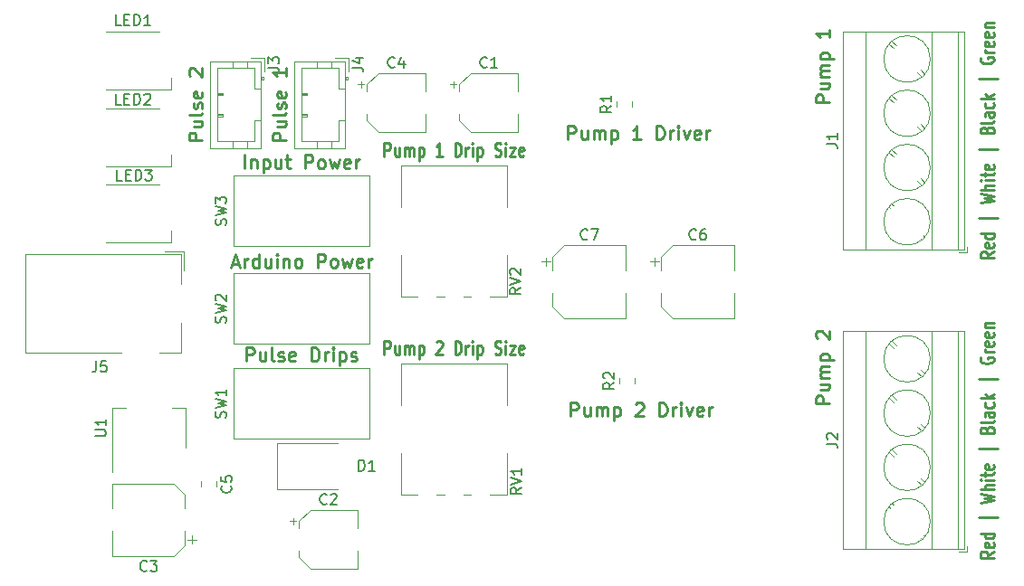
<source format=gto>
G04 #@! TF.GenerationSoftware,KiCad,Pcbnew,5.1.9-73d0e3b20d~88~ubuntu18.04.1*
G04 #@! TF.CreationDate,2021-02-13T22:57:23-05:00*
G04 #@! TF.ProjectId,driver,64726976-6572-42e6-9b69-6361645f7063,v1.0.0*
G04 #@! TF.SameCoordinates,Original*
G04 #@! TF.FileFunction,Legend,Top*
G04 #@! TF.FilePolarity,Positive*
%FSLAX46Y46*%
G04 Gerber Fmt 4.6, Leading zero omitted, Abs format (unit mm)*
G04 Created by KiCad (PCBNEW 5.1.9-73d0e3b20d~88~ubuntu18.04.1) date 2021-02-13 22:57:23*
%MOMM*%
%LPD*%
G01*
G04 APERTURE LIST*
%ADD10C,0.250000*%
%ADD11C,0.120000*%
%ADD12C,0.150000*%
G04 APERTURE END LIST*
D10*
X192767276Y-125363571D02*
X192172038Y-125696904D01*
X192767276Y-125935000D02*
X191517276Y-125935000D01*
X191517276Y-125554047D01*
X191576800Y-125458809D01*
X191636323Y-125411190D01*
X191755371Y-125363571D01*
X191933942Y-125363571D01*
X192052990Y-125411190D01*
X192112514Y-125458809D01*
X192172038Y-125554047D01*
X192172038Y-125935000D01*
X192707752Y-124554047D02*
X192767276Y-124649285D01*
X192767276Y-124839761D01*
X192707752Y-124935000D01*
X192588704Y-124982619D01*
X192112514Y-124982619D01*
X191993466Y-124935000D01*
X191933942Y-124839761D01*
X191933942Y-124649285D01*
X191993466Y-124554047D01*
X192112514Y-124506428D01*
X192231561Y-124506428D01*
X192350609Y-124982619D01*
X192767276Y-123649285D02*
X191517276Y-123649285D01*
X192707752Y-123649285D02*
X192767276Y-123744523D01*
X192767276Y-123935000D01*
X192707752Y-124030238D01*
X192648228Y-124077857D01*
X192529180Y-124125476D01*
X192172038Y-124125476D01*
X192052990Y-124077857D01*
X191993466Y-124030238D01*
X191933942Y-123935000D01*
X191933942Y-123744523D01*
X191993466Y-123649285D01*
X193183942Y-122173095D02*
X191398228Y-122173095D01*
X191517276Y-120792142D02*
X192767276Y-120554047D01*
X191874419Y-120363571D01*
X192767276Y-120173095D01*
X191517276Y-119935000D01*
X192767276Y-119554047D02*
X191517276Y-119554047D01*
X192767276Y-119125476D02*
X192112514Y-119125476D01*
X191993466Y-119173095D01*
X191933942Y-119268333D01*
X191933942Y-119411190D01*
X191993466Y-119506428D01*
X192052990Y-119554047D01*
X192767276Y-118649285D02*
X191933942Y-118649285D01*
X191517276Y-118649285D02*
X191576800Y-118696904D01*
X191636323Y-118649285D01*
X191576800Y-118601666D01*
X191517276Y-118649285D01*
X191636323Y-118649285D01*
X191933942Y-118315952D02*
X191933942Y-117935000D01*
X191517276Y-118173095D02*
X192588704Y-118173095D01*
X192707752Y-118125476D01*
X192767276Y-118030238D01*
X192767276Y-117935000D01*
X192707752Y-117220714D02*
X192767276Y-117315952D01*
X192767276Y-117506428D01*
X192707752Y-117601666D01*
X192588704Y-117649285D01*
X192112514Y-117649285D01*
X191993466Y-117601666D01*
X191933942Y-117506428D01*
X191933942Y-117315952D01*
X191993466Y-117220714D01*
X192112514Y-117173095D01*
X192231561Y-117173095D01*
X192350609Y-117649285D01*
X193183942Y-115744523D02*
X191398228Y-115744523D01*
X192112514Y-113935000D02*
X192172038Y-113792142D01*
X192231561Y-113744523D01*
X192350609Y-113696904D01*
X192529180Y-113696904D01*
X192648228Y-113744523D01*
X192707752Y-113792142D01*
X192767276Y-113887380D01*
X192767276Y-114268333D01*
X191517276Y-114268333D01*
X191517276Y-113935000D01*
X191576800Y-113839761D01*
X191636323Y-113792142D01*
X191755371Y-113744523D01*
X191874419Y-113744523D01*
X191993466Y-113792142D01*
X192052990Y-113839761D01*
X192112514Y-113935000D01*
X192112514Y-114268333D01*
X192767276Y-113125476D02*
X192707752Y-113220714D01*
X192588704Y-113268333D01*
X191517276Y-113268333D01*
X192767276Y-112315952D02*
X192112514Y-112315952D01*
X191993466Y-112363571D01*
X191933942Y-112458809D01*
X191933942Y-112649285D01*
X191993466Y-112744523D01*
X192707752Y-112315952D02*
X192767276Y-112411190D01*
X192767276Y-112649285D01*
X192707752Y-112744523D01*
X192588704Y-112792142D01*
X192469657Y-112792142D01*
X192350609Y-112744523D01*
X192291085Y-112649285D01*
X192291085Y-112411190D01*
X192231561Y-112315952D01*
X192707752Y-111411190D02*
X192767276Y-111506428D01*
X192767276Y-111696904D01*
X192707752Y-111792142D01*
X192648228Y-111839761D01*
X192529180Y-111887380D01*
X192172038Y-111887380D01*
X192052990Y-111839761D01*
X191993466Y-111792142D01*
X191933942Y-111696904D01*
X191933942Y-111506428D01*
X191993466Y-111411190D01*
X192767276Y-110982619D02*
X191517276Y-110982619D01*
X192291085Y-110887380D02*
X192767276Y-110601666D01*
X191933942Y-110601666D02*
X192410133Y-110982619D01*
X193183942Y-109173095D02*
X191398228Y-109173095D01*
X191576800Y-107173095D02*
X191517276Y-107268333D01*
X191517276Y-107411190D01*
X191576800Y-107554047D01*
X191695847Y-107649285D01*
X191814895Y-107696904D01*
X192052990Y-107744523D01*
X192231561Y-107744523D01*
X192469657Y-107696904D01*
X192588704Y-107649285D01*
X192707752Y-107554047D01*
X192767276Y-107411190D01*
X192767276Y-107315952D01*
X192707752Y-107173095D01*
X192648228Y-107125476D01*
X192231561Y-107125476D01*
X192231561Y-107315952D01*
X192767276Y-106696904D02*
X191933942Y-106696904D01*
X192172038Y-106696904D02*
X192052990Y-106649285D01*
X191993466Y-106601666D01*
X191933942Y-106506428D01*
X191933942Y-106411190D01*
X192707752Y-105696904D02*
X192767276Y-105792142D01*
X192767276Y-105982619D01*
X192707752Y-106077857D01*
X192588704Y-106125476D01*
X192112514Y-106125476D01*
X191993466Y-106077857D01*
X191933942Y-105982619D01*
X191933942Y-105792142D01*
X191993466Y-105696904D01*
X192112514Y-105649285D01*
X192231561Y-105649285D01*
X192350609Y-106125476D01*
X192707752Y-104839761D02*
X192767276Y-104935000D01*
X192767276Y-105125476D01*
X192707752Y-105220714D01*
X192588704Y-105268333D01*
X192112514Y-105268333D01*
X191993466Y-105220714D01*
X191933942Y-105125476D01*
X191933942Y-104935000D01*
X191993466Y-104839761D01*
X192112514Y-104792142D01*
X192231561Y-104792142D01*
X192350609Y-105268333D01*
X191933942Y-104363571D02*
X192767276Y-104363571D01*
X192052990Y-104363571D02*
X191993466Y-104315952D01*
X191933942Y-104220714D01*
X191933942Y-104077857D01*
X191993466Y-103982619D01*
X192112514Y-103935000D01*
X192767276Y-103935000D01*
X192767276Y-97296571D02*
X192172038Y-97629904D01*
X192767276Y-97868000D02*
X191517276Y-97868000D01*
X191517276Y-97487047D01*
X191576800Y-97391809D01*
X191636323Y-97344190D01*
X191755371Y-97296571D01*
X191933942Y-97296571D01*
X192052990Y-97344190D01*
X192112514Y-97391809D01*
X192172038Y-97487047D01*
X192172038Y-97868000D01*
X192707752Y-96487047D02*
X192767276Y-96582285D01*
X192767276Y-96772761D01*
X192707752Y-96868000D01*
X192588704Y-96915619D01*
X192112514Y-96915619D01*
X191993466Y-96868000D01*
X191933942Y-96772761D01*
X191933942Y-96582285D01*
X191993466Y-96487047D01*
X192112514Y-96439428D01*
X192231561Y-96439428D01*
X192350609Y-96915619D01*
X192767276Y-95582285D02*
X191517276Y-95582285D01*
X192707752Y-95582285D02*
X192767276Y-95677523D01*
X192767276Y-95868000D01*
X192707752Y-95963238D01*
X192648228Y-96010857D01*
X192529180Y-96058476D01*
X192172038Y-96058476D01*
X192052990Y-96010857D01*
X191993466Y-95963238D01*
X191933942Y-95868000D01*
X191933942Y-95677523D01*
X191993466Y-95582285D01*
X193183942Y-94106095D02*
X191398228Y-94106095D01*
X191517276Y-92725142D02*
X192767276Y-92487047D01*
X191874419Y-92296571D01*
X192767276Y-92106095D01*
X191517276Y-91868000D01*
X192767276Y-91487047D02*
X191517276Y-91487047D01*
X192767276Y-91058476D02*
X192112514Y-91058476D01*
X191993466Y-91106095D01*
X191933942Y-91201333D01*
X191933942Y-91344190D01*
X191993466Y-91439428D01*
X192052990Y-91487047D01*
X192767276Y-90582285D02*
X191933942Y-90582285D01*
X191517276Y-90582285D02*
X191576800Y-90629904D01*
X191636323Y-90582285D01*
X191576800Y-90534666D01*
X191517276Y-90582285D01*
X191636323Y-90582285D01*
X191933942Y-90248952D02*
X191933942Y-89868000D01*
X191517276Y-90106095D02*
X192588704Y-90106095D01*
X192707752Y-90058476D01*
X192767276Y-89963238D01*
X192767276Y-89868000D01*
X192707752Y-89153714D02*
X192767276Y-89248952D01*
X192767276Y-89439428D01*
X192707752Y-89534666D01*
X192588704Y-89582285D01*
X192112514Y-89582285D01*
X191993466Y-89534666D01*
X191933942Y-89439428D01*
X191933942Y-89248952D01*
X191993466Y-89153714D01*
X192112514Y-89106095D01*
X192231561Y-89106095D01*
X192350609Y-89582285D01*
X193183942Y-87677523D02*
X191398228Y-87677523D01*
X192112514Y-85868000D02*
X192172038Y-85725142D01*
X192231561Y-85677523D01*
X192350609Y-85629904D01*
X192529180Y-85629904D01*
X192648228Y-85677523D01*
X192707752Y-85725142D01*
X192767276Y-85820380D01*
X192767276Y-86201333D01*
X191517276Y-86201333D01*
X191517276Y-85868000D01*
X191576800Y-85772761D01*
X191636323Y-85725142D01*
X191755371Y-85677523D01*
X191874419Y-85677523D01*
X191993466Y-85725142D01*
X192052990Y-85772761D01*
X192112514Y-85868000D01*
X192112514Y-86201333D01*
X192767276Y-85058476D02*
X192707752Y-85153714D01*
X192588704Y-85201333D01*
X191517276Y-85201333D01*
X192767276Y-84248952D02*
X192112514Y-84248952D01*
X191993466Y-84296571D01*
X191933942Y-84391809D01*
X191933942Y-84582285D01*
X191993466Y-84677523D01*
X192707752Y-84248952D02*
X192767276Y-84344190D01*
X192767276Y-84582285D01*
X192707752Y-84677523D01*
X192588704Y-84725142D01*
X192469657Y-84725142D01*
X192350609Y-84677523D01*
X192291085Y-84582285D01*
X192291085Y-84344190D01*
X192231561Y-84248952D01*
X192707752Y-83344190D02*
X192767276Y-83439428D01*
X192767276Y-83629904D01*
X192707752Y-83725142D01*
X192648228Y-83772761D01*
X192529180Y-83820380D01*
X192172038Y-83820380D01*
X192052990Y-83772761D01*
X191993466Y-83725142D01*
X191933942Y-83629904D01*
X191933942Y-83439428D01*
X191993466Y-83344190D01*
X192767276Y-82915619D02*
X191517276Y-82915619D01*
X192291085Y-82820380D02*
X192767276Y-82534666D01*
X191933942Y-82534666D02*
X192410133Y-82915619D01*
X193183942Y-81106095D02*
X191398228Y-81106095D01*
X191576800Y-79106095D02*
X191517276Y-79201333D01*
X191517276Y-79344190D01*
X191576800Y-79487047D01*
X191695847Y-79582285D01*
X191814895Y-79629904D01*
X192052990Y-79677523D01*
X192231561Y-79677523D01*
X192469657Y-79629904D01*
X192588704Y-79582285D01*
X192707752Y-79487047D01*
X192767276Y-79344190D01*
X192767276Y-79248952D01*
X192707752Y-79106095D01*
X192648228Y-79058476D01*
X192231561Y-79058476D01*
X192231561Y-79248952D01*
X192767276Y-78629904D02*
X191933942Y-78629904D01*
X192172038Y-78629904D02*
X192052990Y-78582285D01*
X191993466Y-78534666D01*
X191933942Y-78439428D01*
X191933942Y-78344190D01*
X192707752Y-77629904D02*
X192767276Y-77725142D01*
X192767276Y-77915619D01*
X192707752Y-78010857D01*
X192588704Y-78058476D01*
X192112514Y-78058476D01*
X191993466Y-78010857D01*
X191933942Y-77915619D01*
X191933942Y-77725142D01*
X191993466Y-77629904D01*
X192112514Y-77582285D01*
X192231561Y-77582285D01*
X192350609Y-78058476D01*
X192707752Y-76772761D02*
X192767276Y-76868000D01*
X192767276Y-77058476D01*
X192707752Y-77153714D01*
X192588704Y-77201333D01*
X192112514Y-77201333D01*
X191993466Y-77153714D01*
X191933942Y-77058476D01*
X191933942Y-76868000D01*
X191993466Y-76772761D01*
X192112514Y-76725142D01*
X192231561Y-76725142D01*
X192350609Y-77201333D01*
X191933942Y-76296571D02*
X192767276Y-76296571D01*
X192052990Y-76296571D02*
X191993466Y-76248952D01*
X191933942Y-76153714D01*
X191933942Y-76010857D01*
X191993466Y-75915619D01*
X192112514Y-75868000D01*
X192767276Y-75868000D01*
X135780000Y-106889876D02*
X135780000Y-105639876D01*
X136160952Y-105639876D01*
X136256190Y-105699400D01*
X136303809Y-105758923D01*
X136351428Y-105877971D01*
X136351428Y-106056542D01*
X136303809Y-106175590D01*
X136256190Y-106235114D01*
X136160952Y-106294638D01*
X135780000Y-106294638D01*
X137208571Y-106056542D02*
X137208571Y-106889876D01*
X136780000Y-106056542D02*
X136780000Y-106711304D01*
X136827619Y-106830352D01*
X136922857Y-106889876D01*
X137065714Y-106889876D01*
X137160952Y-106830352D01*
X137208571Y-106770828D01*
X137684761Y-106889876D02*
X137684761Y-106056542D01*
X137684761Y-106175590D02*
X137732380Y-106116066D01*
X137827619Y-106056542D01*
X137970476Y-106056542D01*
X138065714Y-106116066D01*
X138113333Y-106235114D01*
X138113333Y-106889876D01*
X138113333Y-106235114D02*
X138160952Y-106116066D01*
X138256190Y-106056542D01*
X138399047Y-106056542D01*
X138494285Y-106116066D01*
X138541904Y-106235114D01*
X138541904Y-106889876D01*
X139018095Y-106056542D02*
X139018095Y-107306542D01*
X139018095Y-106116066D02*
X139113333Y-106056542D01*
X139303809Y-106056542D01*
X139399047Y-106116066D01*
X139446666Y-106175590D01*
X139494285Y-106294638D01*
X139494285Y-106651780D01*
X139446666Y-106770828D01*
X139399047Y-106830352D01*
X139303809Y-106889876D01*
X139113333Y-106889876D01*
X139018095Y-106830352D01*
X140637142Y-105758923D02*
X140684761Y-105699400D01*
X140780000Y-105639876D01*
X141018095Y-105639876D01*
X141113333Y-105699400D01*
X141160952Y-105758923D01*
X141208571Y-105877971D01*
X141208571Y-105997019D01*
X141160952Y-106175590D01*
X140589523Y-106889876D01*
X141208571Y-106889876D01*
X142399047Y-106889876D02*
X142399047Y-105639876D01*
X142637142Y-105639876D01*
X142780000Y-105699400D01*
X142875238Y-105818447D01*
X142922857Y-105937495D01*
X142970476Y-106175590D01*
X142970476Y-106354161D01*
X142922857Y-106592257D01*
X142875238Y-106711304D01*
X142780000Y-106830352D01*
X142637142Y-106889876D01*
X142399047Y-106889876D01*
X143399047Y-106889876D02*
X143399047Y-106056542D01*
X143399047Y-106294638D02*
X143446666Y-106175590D01*
X143494285Y-106116066D01*
X143589523Y-106056542D01*
X143684761Y-106056542D01*
X144018095Y-106889876D02*
X144018095Y-106056542D01*
X144018095Y-105639876D02*
X143970476Y-105699400D01*
X144018095Y-105758923D01*
X144065714Y-105699400D01*
X144018095Y-105639876D01*
X144018095Y-105758923D01*
X144494285Y-106056542D02*
X144494285Y-107306542D01*
X144494285Y-106116066D02*
X144589523Y-106056542D01*
X144780000Y-106056542D01*
X144875238Y-106116066D01*
X144922857Y-106175590D01*
X144970476Y-106294638D01*
X144970476Y-106651780D01*
X144922857Y-106770828D01*
X144875238Y-106830352D01*
X144780000Y-106889876D01*
X144589523Y-106889876D01*
X144494285Y-106830352D01*
X146113333Y-106830352D02*
X146256190Y-106889876D01*
X146494285Y-106889876D01*
X146589523Y-106830352D01*
X146637142Y-106770828D01*
X146684761Y-106651780D01*
X146684761Y-106532733D01*
X146637142Y-106413685D01*
X146589523Y-106354161D01*
X146494285Y-106294638D01*
X146303809Y-106235114D01*
X146208571Y-106175590D01*
X146160952Y-106116066D01*
X146113333Y-105997019D01*
X146113333Y-105877971D01*
X146160952Y-105758923D01*
X146208571Y-105699400D01*
X146303809Y-105639876D01*
X146541904Y-105639876D01*
X146684761Y-105699400D01*
X147113333Y-106889876D02*
X147113333Y-106056542D01*
X147113333Y-105639876D02*
X147065714Y-105699400D01*
X147113333Y-105758923D01*
X147160952Y-105699400D01*
X147113333Y-105639876D01*
X147113333Y-105758923D01*
X147494285Y-106056542D02*
X148018095Y-106056542D01*
X147494285Y-106889876D01*
X148018095Y-106889876D01*
X148780000Y-106830352D02*
X148684761Y-106889876D01*
X148494285Y-106889876D01*
X148399047Y-106830352D01*
X148351428Y-106711304D01*
X148351428Y-106235114D01*
X148399047Y-106116066D01*
X148494285Y-106056542D01*
X148684761Y-106056542D01*
X148780000Y-106116066D01*
X148827619Y-106235114D01*
X148827619Y-106354161D01*
X148351428Y-106473209D01*
X153218380Y-112684976D02*
X153218380Y-111434976D01*
X153694571Y-111434976D01*
X153813619Y-111494500D01*
X153873142Y-111554023D01*
X153932666Y-111673071D01*
X153932666Y-111851642D01*
X153873142Y-111970690D01*
X153813619Y-112030214D01*
X153694571Y-112089738D01*
X153218380Y-112089738D01*
X155004095Y-111851642D02*
X155004095Y-112684976D01*
X154468380Y-111851642D02*
X154468380Y-112506404D01*
X154527904Y-112625452D01*
X154646952Y-112684976D01*
X154825523Y-112684976D01*
X154944571Y-112625452D01*
X155004095Y-112565928D01*
X155599333Y-112684976D02*
X155599333Y-111851642D01*
X155599333Y-111970690D02*
X155658857Y-111911166D01*
X155777904Y-111851642D01*
X155956476Y-111851642D01*
X156075523Y-111911166D01*
X156135047Y-112030214D01*
X156135047Y-112684976D01*
X156135047Y-112030214D02*
X156194571Y-111911166D01*
X156313619Y-111851642D01*
X156492190Y-111851642D01*
X156611238Y-111911166D01*
X156670761Y-112030214D01*
X156670761Y-112684976D01*
X157266000Y-111851642D02*
X157266000Y-113101642D01*
X157266000Y-111911166D02*
X157385047Y-111851642D01*
X157623142Y-111851642D01*
X157742190Y-111911166D01*
X157801714Y-111970690D01*
X157861238Y-112089738D01*
X157861238Y-112446880D01*
X157801714Y-112565928D01*
X157742190Y-112625452D01*
X157623142Y-112684976D01*
X157385047Y-112684976D01*
X157266000Y-112625452D01*
X159289809Y-111554023D02*
X159349333Y-111494500D01*
X159468380Y-111434976D01*
X159766000Y-111434976D01*
X159885047Y-111494500D01*
X159944571Y-111554023D01*
X160004095Y-111673071D01*
X160004095Y-111792119D01*
X159944571Y-111970690D01*
X159230285Y-112684976D01*
X160004095Y-112684976D01*
X161492190Y-112684976D02*
X161492190Y-111434976D01*
X161789809Y-111434976D01*
X161968380Y-111494500D01*
X162087428Y-111613547D01*
X162146952Y-111732595D01*
X162206476Y-111970690D01*
X162206476Y-112149261D01*
X162146952Y-112387357D01*
X162087428Y-112506404D01*
X161968380Y-112625452D01*
X161789809Y-112684976D01*
X161492190Y-112684976D01*
X162742190Y-112684976D02*
X162742190Y-111851642D01*
X162742190Y-112089738D02*
X162801714Y-111970690D01*
X162861238Y-111911166D01*
X162980285Y-111851642D01*
X163099333Y-111851642D01*
X163516000Y-112684976D02*
X163516000Y-111851642D01*
X163516000Y-111434976D02*
X163456476Y-111494500D01*
X163516000Y-111554023D01*
X163575523Y-111494500D01*
X163516000Y-111434976D01*
X163516000Y-111554023D01*
X163992190Y-111851642D02*
X164289809Y-112684976D01*
X164587428Y-111851642D01*
X165539809Y-112625452D02*
X165420761Y-112684976D01*
X165182666Y-112684976D01*
X165063619Y-112625452D01*
X165004095Y-112506404D01*
X165004095Y-112030214D01*
X165063619Y-111911166D01*
X165182666Y-111851642D01*
X165420761Y-111851642D01*
X165539809Y-111911166D01*
X165599333Y-112030214D01*
X165599333Y-112149261D01*
X165004095Y-112268309D01*
X166135047Y-112684976D02*
X166135047Y-111851642D01*
X166135047Y-112089738D02*
X166194571Y-111970690D01*
X166254095Y-111911166D01*
X166373142Y-111851642D01*
X166492190Y-111851642D01*
X152964380Y-86776976D02*
X152964380Y-85526976D01*
X153440571Y-85526976D01*
X153559619Y-85586500D01*
X153619142Y-85646023D01*
X153678666Y-85765071D01*
X153678666Y-85943642D01*
X153619142Y-86062690D01*
X153559619Y-86122214D01*
X153440571Y-86181738D01*
X152964380Y-86181738D01*
X154750095Y-85943642D02*
X154750095Y-86776976D01*
X154214380Y-85943642D02*
X154214380Y-86598404D01*
X154273904Y-86717452D01*
X154392952Y-86776976D01*
X154571523Y-86776976D01*
X154690571Y-86717452D01*
X154750095Y-86657928D01*
X155345333Y-86776976D02*
X155345333Y-85943642D01*
X155345333Y-86062690D02*
X155404857Y-86003166D01*
X155523904Y-85943642D01*
X155702476Y-85943642D01*
X155821523Y-86003166D01*
X155881047Y-86122214D01*
X155881047Y-86776976D01*
X155881047Y-86122214D02*
X155940571Y-86003166D01*
X156059619Y-85943642D01*
X156238190Y-85943642D01*
X156357238Y-86003166D01*
X156416761Y-86122214D01*
X156416761Y-86776976D01*
X157012000Y-85943642D02*
X157012000Y-87193642D01*
X157012000Y-86003166D02*
X157131047Y-85943642D01*
X157369142Y-85943642D01*
X157488190Y-86003166D01*
X157547714Y-86062690D01*
X157607238Y-86181738D01*
X157607238Y-86538880D01*
X157547714Y-86657928D01*
X157488190Y-86717452D01*
X157369142Y-86776976D01*
X157131047Y-86776976D01*
X157012000Y-86717452D01*
X159750095Y-86776976D02*
X159035809Y-86776976D01*
X159392952Y-86776976D02*
X159392952Y-85526976D01*
X159273904Y-85705547D01*
X159154857Y-85824595D01*
X159035809Y-85884119D01*
X161238190Y-86776976D02*
X161238190Y-85526976D01*
X161535809Y-85526976D01*
X161714380Y-85586500D01*
X161833428Y-85705547D01*
X161892952Y-85824595D01*
X161952476Y-86062690D01*
X161952476Y-86241261D01*
X161892952Y-86479357D01*
X161833428Y-86598404D01*
X161714380Y-86717452D01*
X161535809Y-86776976D01*
X161238190Y-86776976D01*
X162488190Y-86776976D02*
X162488190Y-85943642D01*
X162488190Y-86181738D02*
X162547714Y-86062690D01*
X162607238Y-86003166D01*
X162726285Y-85943642D01*
X162845333Y-85943642D01*
X163262000Y-86776976D02*
X163262000Y-85943642D01*
X163262000Y-85526976D02*
X163202476Y-85586500D01*
X163262000Y-85646023D01*
X163321523Y-85586500D01*
X163262000Y-85526976D01*
X163262000Y-85646023D01*
X163738190Y-85943642D02*
X164035809Y-86776976D01*
X164333428Y-85943642D01*
X165285809Y-86717452D02*
X165166761Y-86776976D01*
X164928666Y-86776976D01*
X164809619Y-86717452D01*
X164750095Y-86598404D01*
X164750095Y-86122214D01*
X164809619Y-86003166D01*
X164928666Y-85943642D01*
X165166761Y-85943642D01*
X165285809Y-86003166D01*
X165345333Y-86122214D01*
X165345333Y-86241261D01*
X164750095Y-86360309D01*
X165881047Y-86776976D02*
X165881047Y-85943642D01*
X165881047Y-86181738D02*
X165940571Y-86062690D01*
X166000095Y-86003166D01*
X166119142Y-85943642D01*
X166238190Y-85943642D01*
X177400276Y-111465495D02*
X176150276Y-111465495D01*
X176150276Y-110989304D01*
X176209800Y-110870257D01*
X176269323Y-110810733D01*
X176388371Y-110751209D01*
X176566942Y-110751209D01*
X176685990Y-110810733D01*
X176745514Y-110870257D01*
X176805038Y-110989304D01*
X176805038Y-111465495D01*
X176566942Y-109679780D02*
X177400276Y-109679780D01*
X176566942Y-110215495D02*
X177221704Y-110215495D01*
X177340752Y-110155971D01*
X177400276Y-110036923D01*
X177400276Y-109858352D01*
X177340752Y-109739304D01*
X177281228Y-109679780D01*
X177400276Y-109084542D02*
X176566942Y-109084542D01*
X176685990Y-109084542D02*
X176626466Y-109025019D01*
X176566942Y-108905971D01*
X176566942Y-108727400D01*
X176626466Y-108608352D01*
X176745514Y-108548828D01*
X177400276Y-108548828D01*
X176745514Y-108548828D02*
X176626466Y-108489304D01*
X176566942Y-108370257D01*
X176566942Y-108191685D01*
X176626466Y-108072638D01*
X176745514Y-108013114D01*
X177400276Y-108013114D01*
X176566942Y-107417876D02*
X177816942Y-107417876D01*
X176626466Y-107417876D02*
X176566942Y-107298828D01*
X176566942Y-107060733D01*
X176626466Y-106941685D01*
X176685990Y-106882161D01*
X176805038Y-106822638D01*
X177162180Y-106822638D01*
X177281228Y-106882161D01*
X177340752Y-106941685D01*
X177400276Y-107060733D01*
X177400276Y-107298828D01*
X177340752Y-107417876D01*
X176269323Y-105394066D02*
X176209800Y-105334542D01*
X176150276Y-105215495D01*
X176150276Y-104917876D01*
X176209800Y-104798828D01*
X176269323Y-104739304D01*
X176388371Y-104679780D01*
X176507419Y-104679780D01*
X176685990Y-104739304D01*
X177400276Y-105453590D01*
X177400276Y-104679780D01*
X177400276Y-83271495D02*
X176150276Y-83271495D01*
X176150276Y-82795304D01*
X176209800Y-82676257D01*
X176269323Y-82616733D01*
X176388371Y-82557209D01*
X176566942Y-82557209D01*
X176685990Y-82616733D01*
X176745514Y-82676257D01*
X176805038Y-82795304D01*
X176805038Y-83271495D01*
X176566942Y-81485780D02*
X177400276Y-81485780D01*
X176566942Y-82021495D02*
X177221704Y-82021495D01*
X177340752Y-81961971D01*
X177400276Y-81842923D01*
X177400276Y-81664352D01*
X177340752Y-81545304D01*
X177281228Y-81485780D01*
X177400276Y-80890542D02*
X176566942Y-80890542D01*
X176685990Y-80890542D02*
X176626466Y-80831019D01*
X176566942Y-80711971D01*
X176566942Y-80533400D01*
X176626466Y-80414352D01*
X176745514Y-80354828D01*
X177400276Y-80354828D01*
X176745514Y-80354828D02*
X176626466Y-80295304D01*
X176566942Y-80176257D01*
X176566942Y-79997685D01*
X176626466Y-79878638D01*
X176745514Y-79819114D01*
X177400276Y-79819114D01*
X176566942Y-79223876D02*
X177816942Y-79223876D01*
X176626466Y-79223876D02*
X176566942Y-79104828D01*
X176566942Y-78866733D01*
X176626466Y-78747685D01*
X176685990Y-78688161D01*
X176805038Y-78628638D01*
X177162180Y-78628638D01*
X177281228Y-78688161D01*
X177340752Y-78747685D01*
X177400276Y-78866733D01*
X177400276Y-79104828D01*
X177340752Y-79223876D01*
X177400276Y-76485780D02*
X177400276Y-77200066D01*
X177400276Y-76842923D02*
X176150276Y-76842923D01*
X176328847Y-76961971D01*
X176447895Y-77081019D01*
X176507419Y-77200066D01*
X135780000Y-88347876D02*
X135780000Y-87097876D01*
X136160952Y-87097876D01*
X136256190Y-87157400D01*
X136303809Y-87216923D01*
X136351428Y-87335971D01*
X136351428Y-87514542D01*
X136303809Y-87633590D01*
X136256190Y-87693114D01*
X136160952Y-87752638D01*
X135780000Y-87752638D01*
X137208571Y-87514542D02*
X137208571Y-88347876D01*
X136780000Y-87514542D02*
X136780000Y-88169304D01*
X136827619Y-88288352D01*
X136922857Y-88347876D01*
X137065714Y-88347876D01*
X137160952Y-88288352D01*
X137208571Y-88228828D01*
X137684761Y-88347876D02*
X137684761Y-87514542D01*
X137684761Y-87633590D02*
X137732380Y-87574066D01*
X137827619Y-87514542D01*
X137970476Y-87514542D01*
X138065714Y-87574066D01*
X138113333Y-87693114D01*
X138113333Y-88347876D01*
X138113333Y-87693114D02*
X138160952Y-87574066D01*
X138256190Y-87514542D01*
X138399047Y-87514542D01*
X138494285Y-87574066D01*
X138541904Y-87693114D01*
X138541904Y-88347876D01*
X139018095Y-87514542D02*
X139018095Y-88764542D01*
X139018095Y-87574066D02*
X139113333Y-87514542D01*
X139303809Y-87514542D01*
X139399047Y-87574066D01*
X139446666Y-87633590D01*
X139494285Y-87752638D01*
X139494285Y-88109780D01*
X139446666Y-88228828D01*
X139399047Y-88288352D01*
X139303809Y-88347876D01*
X139113333Y-88347876D01*
X139018095Y-88288352D01*
X141208571Y-88347876D02*
X140637142Y-88347876D01*
X140922857Y-88347876D02*
X140922857Y-87097876D01*
X140827619Y-87276447D01*
X140732380Y-87395495D01*
X140637142Y-87455019D01*
X142399047Y-88347876D02*
X142399047Y-87097876D01*
X142637142Y-87097876D01*
X142780000Y-87157400D01*
X142875238Y-87276447D01*
X142922857Y-87395495D01*
X142970476Y-87633590D01*
X142970476Y-87812161D01*
X142922857Y-88050257D01*
X142875238Y-88169304D01*
X142780000Y-88288352D01*
X142637142Y-88347876D01*
X142399047Y-88347876D01*
X143399047Y-88347876D02*
X143399047Y-87514542D01*
X143399047Y-87752638D02*
X143446666Y-87633590D01*
X143494285Y-87574066D01*
X143589523Y-87514542D01*
X143684761Y-87514542D01*
X144018095Y-88347876D02*
X144018095Y-87514542D01*
X144018095Y-87097876D02*
X143970476Y-87157400D01*
X144018095Y-87216923D01*
X144065714Y-87157400D01*
X144018095Y-87097876D01*
X144018095Y-87216923D01*
X144494285Y-87514542D02*
X144494285Y-88764542D01*
X144494285Y-87574066D02*
X144589523Y-87514542D01*
X144780000Y-87514542D01*
X144875238Y-87574066D01*
X144922857Y-87633590D01*
X144970476Y-87752638D01*
X144970476Y-88109780D01*
X144922857Y-88228828D01*
X144875238Y-88288352D01*
X144780000Y-88347876D01*
X144589523Y-88347876D01*
X144494285Y-88288352D01*
X146113333Y-88288352D02*
X146256190Y-88347876D01*
X146494285Y-88347876D01*
X146589523Y-88288352D01*
X146637142Y-88228828D01*
X146684761Y-88109780D01*
X146684761Y-87990733D01*
X146637142Y-87871685D01*
X146589523Y-87812161D01*
X146494285Y-87752638D01*
X146303809Y-87693114D01*
X146208571Y-87633590D01*
X146160952Y-87574066D01*
X146113333Y-87455019D01*
X146113333Y-87335971D01*
X146160952Y-87216923D01*
X146208571Y-87157400D01*
X146303809Y-87097876D01*
X146541904Y-87097876D01*
X146684761Y-87157400D01*
X147113333Y-88347876D02*
X147113333Y-87514542D01*
X147113333Y-87097876D02*
X147065714Y-87157400D01*
X147113333Y-87216923D01*
X147160952Y-87157400D01*
X147113333Y-87097876D01*
X147113333Y-87216923D01*
X147494285Y-87514542D02*
X148018095Y-87514542D01*
X147494285Y-88347876D01*
X148018095Y-88347876D01*
X148780000Y-88288352D02*
X148684761Y-88347876D01*
X148494285Y-88347876D01*
X148399047Y-88288352D01*
X148351428Y-88169304D01*
X148351428Y-87693114D01*
X148399047Y-87574066D01*
X148494285Y-87514542D01*
X148684761Y-87514542D01*
X148780000Y-87574066D01*
X148827619Y-87693114D01*
X148827619Y-87812161D01*
X148351428Y-87931209D01*
X122896952Y-107524876D02*
X122896952Y-106274876D01*
X123373142Y-106274876D01*
X123492190Y-106334400D01*
X123551714Y-106393923D01*
X123611238Y-106512971D01*
X123611238Y-106691542D01*
X123551714Y-106810590D01*
X123492190Y-106870114D01*
X123373142Y-106929638D01*
X122896952Y-106929638D01*
X124682666Y-106691542D02*
X124682666Y-107524876D01*
X124146952Y-106691542D02*
X124146952Y-107346304D01*
X124206476Y-107465352D01*
X124325523Y-107524876D01*
X124504095Y-107524876D01*
X124623142Y-107465352D01*
X124682666Y-107405828D01*
X125456476Y-107524876D02*
X125337428Y-107465352D01*
X125277904Y-107346304D01*
X125277904Y-106274876D01*
X125873142Y-107465352D02*
X125992190Y-107524876D01*
X126230285Y-107524876D01*
X126349333Y-107465352D01*
X126408857Y-107346304D01*
X126408857Y-107286780D01*
X126349333Y-107167733D01*
X126230285Y-107108209D01*
X126051714Y-107108209D01*
X125932666Y-107048685D01*
X125873142Y-106929638D01*
X125873142Y-106870114D01*
X125932666Y-106751066D01*
X126051714Y-106691542D01*
X126230285Y-106691542D01*
X126349333Y-106751066D01*
X127420761Y-107465352D02*
X127301714Y-107524876D01*
X127063619Y-107524876D01*
X126944571Y-107465352D01*
X126885047Y-107346304D01*
X126885047Y-106870114D01*
X126944571Y-106751066D01*
X127063619Y-106691542D01*
X127301714Y-106691542D01*
X127420761Y-106751066D01*
X127480285Y-106870114D01*
X127480285Y-106989161D01*
X126885047Y-107108209D01*
X128968380Y-107524876D02*
X128968380Y-106274876D01*
X129266000Y-106274876D01*
X129444571Y-106334400D01*
X129563619Y-106453447D01*
X129623142Y-106572495D01*
X129682666Y-106810590D01*
X129682666Y-106989161D01*
X129623142Y-107227257D01*
X129563619Y-107346304D01*
X129444571Y-107465352D01*
X129266000Y-107524876D01*
X128968380Y-107524876D01*
X130218380Y-107524876D02*
X130218380Y-106691542D01*
X130218380Y-106929638D02*
X130277904Y-106810590D01*
X130337428Y-106751066D01*
X130456476Y-106691542D01*
X130575523Y-106691542D01*
X130992190Y-107524876D02*
X130992190Y-106691542D01*
X130992190Y-106274876D02*
X130932666Y-106334400D01*
X130992190Y-106393923D01*
X131051714Y-106334400D01*
X130992190Y-106274876D01*
X130992190Y-106393923D01*
X131587428Y-106691542D02*
X131587428Y-107941542D01*
X131587428Y-106751066D02*
X131706476Y-106691542D01*
X131944571Y-106691542D01*
X132063619Y-106751066D01*
X132123142Y-106810590D01*
X132182666Y-106929638D01*
X132182666Y-107286780D01*
X132123142Y-107405828D01*
X132063619Y-107465352D01*
X131944571Y-107524876D01*
X131706476Y-107524876D01*
X131587428Y-107465352D01*
X132658857Y-107465352D02*
X132777904Y-107524876D01*
X133016000Y-107524876D01*
X133135047Y-107465352D01*
X133194571Y-107346304D01*
X133194571Y-107286780D01*
X133135047Y-107167733D01*
X133016000Y-107108209D01*
X132837428Y-107108209D01*
X132718380Y-107048685D01*
X132658857Y-106929638D01*
X132658857Y-106870114D01*
X132718380Y-106751066D01*
X132837428Y-106691542D01*
X133016000Y-106691542D01*
X133135047Y-106751066D01*
X121578704Y-98404733D02*
X122173942Y-98404733D01*
X121459657Y-98761876D02*
X121876323Y-97511876D01*
X122292990Y-98761876D01*
X122709657Y-98761876D02*
X122709657Y-97928542D01*
X122709657Y-98166638D02*
X122769180Y-98047590D01*
X122828704Y-97988066D01*
X122947752Y-97928542D01*
X123066800Y-97928542D01*
X124019180Y-98761876D02*
X124019180Y-97511876D01*
X124019180Y-98702352D02*
X123900133Y-98761876D01*
X123662038Y-98761876D01*
X123542990Y-98702352D01*
X123483466Y-98642828D01*
X123423942Y-98523780D01*
X123423942Y-98166638D01*
X123483466Y-98047590D01*
X123542990Y-97988066D01*
X123662038Y-97928542D01*
X123900133Y-97928542D01*
X124019180Y-97988066D01*
X125150133Y-97928542D02*
X125150133Y-98761876D01*
X124614419Y-97928542D02*
X124614419Y-98583304D01*
X124673942Y-98702352D01*
X124792990Y-98761876D01*
X124971561Y-98761876D01*
X125090609Y-98702352D01*
X125150133Y-98642828D01*
X125745371Y-98761876D02*
X125745371Y-97928542D01*
X125745371Y-97511876D02*
X125685847Y-97571400D01*
X125745371Y-97630923D01*
X125804895Y-97571400D01*
X125745371Y-97511876D01*
X125745371Y-97630923D01*
X126340609Y-97928542D02*
X126340609Y-98761876D01*
X126340609Y-98047590D02*
X126400133Y-97988066D01*
X126519180Y-97928542D01*
X126697752Y-97928542D01*
X126816800Y-97988066D01*
X126876323Y-98107114D01*
X126876323Y-98761876D01*
X127650133Y-98761876D02*
X127531085Y-98702352D01*
X127471561Y-98642828D01*
X127412038Y-98523780D01*
X127412038Y-98166638D01*
X127471561Y-98047590D01*
X127531085Y-97988066D01*
X127650133Y-97928542D01*
X127828704Y-97928542D01*
X127947752Y-97988066D01*
X128007276Y-98047590D01*
X128066800Y-98166638D01*
X128066800Y-98523780D01*
X128007276Y-98642828D01*
X127947752Y-98702352D01*
X127828704Y-98761876D01*
X127650133Y-98761876D01*
X129554895Y-98761876D02*
X129554895Y-97511876D01*
X130031085Y-97511876D01*
X130150133Y-97571400D01*
X130209657Y-97630923D01*
X130269180Y-97749971D01*
X130269180Y-97928542D01*
X130209657Y-98047590D01*
X130150133Y-98107114D01*
X130031085Y-98166638D01*
X129554895Y-98166638D01*
X130983466Y-98761876D02*
X130864419Y-98702352D01*
X130804895Y-98642828D01*
X130745371Y-98523780D01*
X130745371Y-98166638D01*
X130804895Y-98047590D01*
X130864419Y-97988066D01*
X130983466Y-97928542D01*
X131162038Y-97928542D01*
X131281085Y-97988066D01*
X131340609Y-98047590D01*
X131400133Y-98166638D01*
X131400133Y-98523780D01*
X131340609Y-98642828D01*
X131281085Y-98702352D01*
X131162038Y-98761876D01*
X130983466Y-98761876D01*
X131816800Y-97928542D02*
X132054895Y-98761876D01*
X132292990Y-98166638D01*
X132531085Y-98761876D01*
X132769180Y-97928542D01*
X133721561Y-98702352D02*
X133602514Y-98761876D01*
X133364419Y-98761876D01*
X133245371Y-98702352D01*
X133185847Y-98583304D01*
X133185847Y-98107114D01*
X133245371Y-97988066D01*
X133364419Y-97928542D01*
X133602514Y-97928542D01*
X133721561Y-97988066D01*
X133781085Y-98107114D01*
X133781085Y-98226161D01*
X133185847Y-98345209D01*
X134316800Y-98761876D02*
X134316800Y-97928542D01*
X134316800Y-98166638D02*
X134376323Y-98047590D01*
X134435847Y-97988066D01*
X134554895Y-97928542D01*
X134673942Y-97928542D01*
X122718380Y-89490876D02*
X122718380Y-88240876D01*
X123313619Y-88657542D02*
X123313619Y-89490876D01*
X123313619Y-88776590D02*
X123373142Y-88717066D01*
X123492190Y-88657542D01*
X123670761Y-88657542D01*
X123789809Y-88717066D01*
X123849333Y-88836114D01*
X123849333Y-89490876D01*
X124444571Y-88657542D02*
X124444571Y-89907542D01*
X124444571Y-88717066D02*
X124563619Y-88657542D01*
X124801714Y-88657542D01*
X124920761Y-88717066D01*
X124980285Y-88776590D01*
X125039809Y-88895638D01*
X125039809Y-89252780D01*
X124980285Y-89371828D01*
X124920761Y-89431352D01*
X124801714Y-89490876D01*
X124563619Y-89490876D01*
X124444571Y-89431352D01*
X126111238Y-88657542D02*
X126111238Y-89490876D01*
X125575523Y-88657542D02*
X125575523Y-89312304D01*
X125635047Y-89431352D01*
X125754095Y-89490876D01*
X125932666Y-89490876D01*
X126051714Y-89431352D01*
X126111238Y-89371828D01*
X126527904Y-88657542D02*
X127004095Y-88657542D01*
X126706476Y-88240876D02*
X126706476Y-89312304D01*
X126766000Y-89431352D01*
X126885047Y-89490876D01*
X127004095Y-89490876D01*
X128373142Y-89490876D02*
X128373142Y-88240876D01*
X128849333Y-88240876D01*
X128968380Y-88300400D01*
X129027904Y-88359923D01*
X129087428Y-88478971D01*
X129087428Y-88657542D01*
X129027904Y-88776590D01*
X128968380Y-88836114D01*
X128849333Y-88895638D01*
X128373142Y-88895638D01*
X129801714Y-89490876D02*
X129682666Y-89431352D01*
X129623142Y-89371828D01*
X129563619Y-89252780D01*
X129563619Y-88895638D01*
X129623142Y-88776590D01*
X129682666Y-88717066D01*
X129801714Y-88657542D01*
X129980285Y-88657542D01*
X130099333Y-88717066D01*
X130158857Y-88776590D01*
X130218380Y-88895638D01*
X130218380Y-89252780D01*
X130158857Y-89371828D01*
X130099333Y-89431352D01*
X129980285Y-89490876D01*
X129801714Y-89490876D01*
X130635047Y-88657542D02*
X130873142Y-89490876D01*
X131111238Y-88895638D01*
X131349333Y-89490876D01*
X131587428Y-88657542D01*
X132539809Y-89431352D02*
X132420761Y-89490876D01*
X132182666Y-89490876D01*
X132063619Y-89431352D01*
X132004095Y-89312304D01*
X132004095Y-88836114D01*
X132063619Y-88717066D01*
X132182666Y-88657542D01*
X132420761Y-88657542D01*
X132539809Y-88717066D01*
X132599333Y-88836114D01*
X132599333Y-88955161D01*
X132004095Y-89074209D01*
X133135047Y-89490876D02*
X133135047Y-88657542D01*
X133135047Y-88895638D02*
X133194571Y-88776590D01*
X133254095Y-88717066D01*
X133373142Y-88657542D01*
X133492190Y-88657542D01*
X126600276Y-86841934D02*
X125350276Y-86841934D01*
X125350276Y-86365743D01*
X125409800Y-86246696D01*
X125469323Y-86187172D01*
X125588371Y-86127648D01*
X125766942Y-86127648D01*
X125885990Y-86187172D01*
X125945514Y-86246696D01*
X126005038Y-86365743D01*
X126005038Y-86841934D01*
X125766942Y-85056220D02*
X126600276Y-85056220D01*
X125766942Y-85591934D02*
X126421704Y-85591934D01*
X126540752Y-85532410D01*
X126600276Y-85413362D01*
X126600276Y-85234791D01*
X126540752Y-85115743D01*
X126481228Y-85056220D01*
X126600276Y-84282410D02*
X126540752Y-84401458D01*
X126421704Y-84460981D01*
X125350276Y-84460981D01*
X126540752Y-83865743D02*
X126600276Y-83746696D01*
X126600276Y-83508601D01*
X126540752Y-83389553D01*
X126421704Y-83330029D01*
X126362180Y-83330029D01*
X126243133Y-83389553D01*
X126183609Y-83508601D01*
X126183609Y-83687172D01*
X126124085Y-83806220D01*
X126005038Y-83865743D01*
X125945514Y-83865743D01*
X125826466Y-83806220D01*
X125766942Y-83687172D01*
X125766942Y-83508601D01*
X125826466Y-83389553D01*
X126540752Y-82318124D02*
X126600276Y-82437172D01*
X126600276Y-82675267D01*
X126540752Y-82794315D01*
X126421704Y-82853839D01*
X125945514Y-82853839D01*
X125826466Y-82794315D01*
X125766942Y-82675267D01*
X125766942Y-82437172D01*
X125826466Y-82318124D01*
X125945514Y-82258601D01*
X126064561Y-82258601D01*
X126183609Y-82853839D01*
X126600276Y-80115743D02*
X126600276Y-80830029D01*
X126600276Y-80472886D02*
X125350276Y-80472886D01*
X125528847Y-80591934D01*
X125647895Y-80710981D01*
X125707419Y-80830029D01*
X118751676Y-86841934D02*
X117501676Y-86841934D01*
X117501676Y-86365743D01*
X117561200Y-86246696D01*
X117620723Y-86187172D01*
X117739771Y-86127648D01*
X117918342Y-86127648D01*
X118037390Y-86187172D01*
X118096914Y-86246696D01*
X118156438Y-86365743D01*
X118156438Y-86841934D01*
X117918342Y-85056220D02*
X118751676Y-85056220D01*
X117918342Y-85591934D02*
X118573104Y-85591934D01*
X118692152Y-85532410D01*
X118751676Y-85413362D01*
X118751676Y-85234791D01*
X118692152Y-85115743D01*
X118632628Y-85056220D01*
X118751676Y-84282410D02*
X118692152Y-84401458D01*
X118573104Y-84460981D01*
X117501676Y-84460981D01*
X118692152Y-83865743D02*
X118751676Y-83746696D01*
X118751676Y-83508601D01*
X118692152Y-83389553D01*
X118573104Y-83330029D01*
X118513580Y-83330029D01*
X118394533Y-83389553D01*
X118335009Y-83508601D01*
X118335009Y-83687172D01*
X118275485Y-83806220D01*
X118156438Y-83865743D01*
X118096914Y-83865743D01*
X117977866Y-83806220D01*
X117918342Y-83687172D01*
X117918342Y-83508601D01*
X117977866Y-83389553D01*
X118692152Y-82318124D02*
X118751676Y-82437172D01*
X118751676Y-82675267D01*
X118692152Y-82794315D01*
X118573104Y-82853839D01*
X118096914Y-82853839D01*
X117977866Y-82794315D01*
X117918342Y-82675267D01*
X117918342Y-82437172D01*
X117977866Y-82318124D01*
X118096914Y-82258601D01*
X118215961Y-82258601D01*
X118335009Y-82853839D01*
X117620723Y-80830029D02*
X117561200Y-80770505D01*
X117501676Y-80651458D01*
X117501676Y-80353839D01*
X117561200Y-80234791D01*
X117620723Y-80175267D01*
X117739771Y-80115743D01*
X117858819Y-80115743D01*
X118037390Y-80175267D01*
X118751676Y-80889553D01*
X118751676Y-80115743D01*
D11*
X142229500Y-81314500D02*
X142229500Y-81939500D01*
X141917000Y-81627000D02*
X142542000Y-81627000D01*
X142782000Y-85007563D02*
X143846437Y-86072000D01*
X142782000Y-81616437D02*
X143846437Y-80552000D01*
X142782000Y-81616437D02*
X142782000Y-82252000D01*
X142782000Y-85007563D02*
X142782000Y-84372000D01*
X143846437Y-86072000D02*
X148302000Y-86072000D01*
X143846437Y-80552000D02*
X148302000Y-80552000D01*
X148302000Y-80552000D02*
X148302000Y-82252000D01*
X148302000Y-86072000D02*
X148302000Y-84372000D01*
X133316000Y-126966000D02*
X133316000Y-125266000D01*
X133316000Y-121446000D02*
X133316000Y-123146000D01*
X128860437Y-121446000D02*
X133316000Y-121446000D01*
X128860437Y-126966000D02*
X133316000Y-126966000D01*
X127796000Y-125901563D02*
X127796000Y-125266000D01*
X127796000Y-122510437D02*
X127796000Y-123146000D01*
X127796000Y-122510437D02*
X128860437Y-121446000D01*
X127796000Y-125901563D02*
X128860437Y-126966000D01*
X126931000Y-122521000D02*
X127556000Y-122521000D01*
X127243500Y-122208500D02*
X127243500Y-122833500D01*
X117784750Y-124644250D02*
X117784750Y-123856750D01*
X118178500Y-124250500D02*
X117391000Y-124250500D01*
X117151000Y-120057437D02*
X116086563Y-118993000D01*
X117151000Y-124748563D02*
X116086563Y-125813000D01*
X117151000Y-124748563D02*
X117151000Y-123463000D01*
X117151000Y-120057437D02*
X117151000Y-121343000D01*
X116086563Y-118993000D02*
X110331000Y-118993000D01*
X116086563Y-125813000D02*
X110331000Y-125813000D01*
X110331000Y-125813000D02*
X110331000Y-123463000D01*
X110331000Y-118993000D02*
X110331000Y-121343000D01*
X133593500Y-81314500D02*
X133593500Y-81939500D01*
X133281000Y-81627000D02*
X133906000Y-81627000D01*
X134146000Y-85007563D02*
X135210437Y-86072000D01*
X134146000Y-81616437D02*
X135210437Y-80552000D01*
X134146000Y-81616437D02*
X134146000Y-82252000D01*
X134146000Y-85007563D02*
X134146000Y-84372000D01*
X135210437Y-86072000D02*
X139666000Y-86072000D01*
X135210437Y-80552000D02*
X139666000Y-80552000D01*
X139666000Y-80552000D02*
X139666000Y-82252000D01*
X139666000Y-86072000D02*
X139666000Y-84372000D01*
X168510000Y-103486000D02*
X168510000Y-101136000D01*
X168510000Y-96666000D02*
X168510000Y-99016000D01*
X162754437Y-96666000D02*
X168510000Y-96666000D01*
X162754437Y-103486000D02*
X168510000Y-103486000D01*
X161690000Y-102421563D02*
X161690000Y-101136000D01*
X161690000Y-97730437D02*
X161690000Y-99016000D01*
X161690000Y-97730437D02*
X162754437Y-96666000D01*
X161690000Y-102421563D02*
X162754437Y-103486000D01*
X160662500Y-98228500D02*
X161450000Y-98228500D01*
X161056250Y-97834750D02*
X161056250Y-98622250D01*
X150896250Y-97834750D02*
X150896250Y-98622250D01*
X150502500Y-98228500D02*
X151290000Y-98228500D01*
X151530000Y-102421563D02*
X152594437Y-103486000D01*
X151530000Y-97730437D02*
X152594437Y-96666000D01*
X151530000Y-97730437D02*
X151530000Y-99016000D01*
X151530000Y-102421563D02*
X151530000Y-101136000D01*
X152594437Y-103486000D02*
X158350000Y-103486000D01*
X152594437Y-96666000D02*
X158350000Y-96666000D01*
X158350000Y-96666000D02*
X158350000Y-99016000D01*
X158350000Y-103486000D02*
X158350000Y-101136000D01*
X186838000Y-94488000D02*
G75*
G03*
X186838000Y-94488000I-2180000J0D01*
G01*
X186838000Y-89408000D02*
G75*
G03*
X186838000Y-89408000I-2180000J0D01*
G01*
X186838000Y-84328000D02*
G75*
G03*
X186838000Y-84328000I-2180000J0D01*
G01*
X186838000Y-79248000D02*
G75*
G03*
X186838000Y-79248000I-2180000J0D01*
G01*
X189458000Y-97088000D02*
X189458000Y-76648000D01*
X186958000Y-97088000D02*
X186958000Y-76648000D01*
X180758000Y-97088000D02*
X180758000Y-76648000D01*
X178698000Y-97088000D02*
X178698000Y-76648000D01*
X190018000Y-97088000D02*
X190018000Y-76648000D01*
X178698000Y-97088000D02*
X190018000Y-97088000D01*
X178698000Y-76648000D02*
X190018000Y-76648000D01*
X183270000Y-92834000D02*
X183377000Y-92941000D01*
X186205000Y-95770000D02*
X186312000Y-95876000D01*
X183004000Y-93100000D02*
X183111000Y-93207000D01*
X185939000Y-96036000D02*
X186046000Y-96142000D01*
X183270000Y-87754000D02*
X183666000Y-88149000D01*
X185932000Y-90415000D02*
X186312000Y-90795000D01*
X183004000Y-88020000D02*
X183384000Y-88400000D01*
X185650000Y-90666000D02*
X186046000Y-91061000D01*
X183270000Y-82674000D02*
X183666000Y-83069000D01*
X185932000Y-85335000D02*
X186312000Y-85715000D01*
X183004000Y-82940000D02*
X183384000Y-83320000D01*
X185650000Y-85586000D02*
X186046000Y-85981000D01*
X183270000Y-77594000D02*
X183666000Y-77989000D01*
X185932000Y-80255000D02*
X186312000Y-80635000D01*
X183004000Y-77860000D02*
X183384000Y-78240000D01*
X185650000Y-80506000D02*
X186046000Y-80901000D01*
X189518000Y-97328000D02*
X190258000Y-97328000D01*
X190258000Y-97328000D02*
X190258000Y-96828000D01*
X190258000Y-125395000D02*
X190258000Y-124895000D01*
X189518000Y-125395000D02*
X190258000Y-125395000D01*
X185650000Y-108573000D02*
X186046000Y-108968000D01*
X183004000Y-105927000D02*
X183384000Y-106307000D01*
X185932000Y-108322000D02*
X186312000Y-108702000D01*
X183270000Y-105661000D02*
X183666000Y-106056000D01*
X185650000Y-113653000D02*
X186046000Y-114048000D01*
X183004000Y-111007000D02*
X183384000Y-111387000D01*
X185932000Y-113402000D02*
X186312000Y-113782000D01*
X183270000Y-110741000D02*
X183666000Y-111136000D01*
X185650000Y-118733000D02*
X186046000Y-119128000D01*
X183004000Y-116087000D02*
X183384000Y-116467000D01*
X185932000Y-118482000D02*
X186312000Y-118862000D01*
X183270000Y-115821000D02*
X183666000Y-116216000D01*
X185939000Y-124103000D02*
X186046000Y-124209000D01*
X183004000Y-121167000D02*
X183111000Y-121274000D01*
X186205000Y-123837000D02*
X186312000Y-123943000D01*
X183270000Y-120901000D02*
X183377000Y-121008000D01*
X178698000Y-104715000D02*
X190018000Y-104715000D01*
X178698000Y-125155000D02*
X190018000Y-125155000D01*
X190018000Y-125155000D02*
X190018000Y-104715000D01*
X178698000Y-125155000D02*
X178698000Y-104715000D01*
X180758000Y-125155000D02*
X180758000Y-104715000D01*
X186958000Y-125155000D02*
X186958000Y-104715000D01*
X189458000Y-125155000D02*
X189458000Y-104715000D01*
X186838000Y-107315000D02*
G75*
G03*
X186838000Y-107315000I-2180000J0D01*
G01*
X186838000Y-112395000D02*
G75*
G03*
X186838000Y-112395000I-2180000J0D01*
G01*
X186838000Y-117475000D02*
G75*
G03*
X186838000Y-117475000I-2180000J0D01*
G01*
X186838000Y-122555000D02*
G75*
G03*
X186838000Y-122555000I-2180000J0D01*
G01*
X124238000Y-79448600D02*
X119518000Y-79448600D01*
X119518000Y-79448600D02*
X119518000Y-87568600D01*
X119518000Y-87568600D02*
X124238000Y-87568600D01*
X124238000Y-87568600D02*
X124238000Y-79448600D01*
X124238000Y-81208600D02*
X124438000Y-81208600D01*
X124438000Y-81208600D02*
X124438000Y-80908600D01*
X124438000Y-80908600D02*
X124238000Y-80908600D01*
X124338000Y-81208600D02*
X124338000Y-80908600D01*
X124238000Y-82008600D02*
X123628000Y-82008600D01*
X123628000Y-82008600D02*
X123628000Y-80058600D01*
X123628000Y-80058600D02*
X120128000Y-80058600D01*
X120128000Y-80058600D02*
X120128000Y-86958600D01*
X120128000Y-86958600D02*
X123628000Y-86958600D01*
X123628000Y-86958600D02*
X123628000Y-85008600D01*
X123628000Y-85008600D02*
X124238000Y-85008600D01*
X122928000Y-79448600D02*
X122928000Y-80058600D01*
X121628000Y-79448600D02*
X121628000Y-80058600D01*
X122928000Y-87568600D02*
X122928000Y-86958600D01*
X121628000Y-87568600D02*
X121628000Y-86958600D01*
X120128000Y-82408600D02*
X120628000Y-82408600D01*
X120628000Y-82408600D02*
X120628000Y-82608600D01*
X120628000Y-82608600D02*
X120128000Y-82608600D01*
X120128000Y-82508600D02*
X120628000Y-82508600D01*
X120128000Y-84408600D02*
X120628000Y-84408600D01*
X120628000Y-84408600D02*
X120628000Y-84608600D01*
X120628000Y-84608600D02*
X120128000Y-84608600D01*
X120128000Y-84508600D02*
X120628000Y-84508600D01*
X124538000Y-80398600D02*
X124538000Y-79148600D01*
X124538000Y-79148600D02*
X123288000Y-79148600D01*
X132412000Y-79148600D02*
X131162000Y-79148600D01*
X132412000Y-80398600D02*
X132412000Y-79148600D01*
X128002000Y-84508600D02*
X128502000Y-84508600D01*
X128502000Y-84608600D02*
X128002000Y-84608600D01*
X128502000Y-84408600D02*
X128502000Y-84608600D01*
X128002000Y-84408600D02*
X128502000Y-84408600D01*
X128002000Y-82508600D02*
X128502000Y-82508600D01*
X128502000Y-82608600D02*
X128002000Y-82608600D01*
X128502000Y-82408600D02*
X128502000Y-82608600D01*
X128002000Y-82408600D02*
X128502000Y-82408600D01*
X129502000Y-87568600D02*
X129502000Y-86958600D01*
X130802000Y-87568600D02*
X130802000Y-86958600D01*
X129502000Y-79448600D02*
X129502000Y-80058600D01*
X130802000Y-79448600D02*
X130802000Y-80058600D01*
X131502000Y-85008600D02*
X132112000Y-85008600D01*
X131502000Y-86958600D02*
X131502000Y-85008600D01*
X128002000Y-86958600D02*
X131502000Y-86958600D01*
X128002000Y-80058600D02*
X128002000Y-86958600D01*
X131502000Y-80058600D02*
X128002000Y-80058600D01*
X131502000Y-82008600D02*
X131502000Y-80058600D01*
X132112000Y-82008600D02*
X131502000Y-82008600D01*
X132212000Y-81208600D02*
X132212000Y-80908600D01*
X132312000Y-80908600D02*
X132112000Y-80908600D01*
X132312000Y-81208600D02*
X132312000Y-80908600D01*
X132112000Y-81208600D02*
X132312000Y-81208600D01*
X132112000Y-87568600D02*
X132112000Y-79448600D01*
X127392000Y-87568600D02*
X132112000Y-87568600D01*
X127392000Y-79448600D02*
X127392000Y-87568600D01*
X132112000Y-79448600D02*
X127392000Y-79448600D01*
X117022000Y-97268000D02*
X117022000Y-99008000D01*
X115282000Y-97268000D02*
X117022000Y-97268000D01*
X116782000Y-106708000D02*
X114782000Y-106708000D01*
X116782000Y-103908000D02*
X116782000Y-106708000D01*
X116782000Y-97508000D02*
X116782000Y-100308000D01*
X102182000Y-97508000D02*
X116782000Y-97508000D01*
X102182000Y-106708000D02*
X102182000Y-97508000D01*
X111182000Y-106708000D02*
X102182000Y-106708000D01*
X109768000Y-76675000D02*
X114768000Y-76675000D01*
X115868000Y-80975000D02*
X115868000Y-82075000D01*
X115868000Y-82075000D02*
X109768000Y-82075000D01*
X115868000Y-89314000D02*
X109768000Y-89314000D01*
X115868000Y-88214000D02*
X115868000Y-89314000D01*
X109768000Y-83914000D02*
X114768000Y-83914000D01*
X109768000Y-91026000D02*
X114768000Y-91026000D01*
X115868000Y-95326000D02*
X115868000Y-96426000D01*
X115868000Y-96426000D02*
X109768000Y-96426000D01*
X158977000Y-83721752D02*
X158977000Y-83199248D01*
X157507000Y-83721752D02*
X157507000Y-83199248D01*
X157761000Y-109629252D02*
X157761000Y-109106748D01*
X159231000Y-109629252D02*
X159231000Y-109106748D01*
X137310000Y-107784000D02*
X147250000Y-107784000D01*
X145650000Y-120024000D02*
X147250000Y-120024000D01*
X143151000Y-120024000D02*
X143910000Y-120024000D01*
X140651000Y-120024000D02*
X141410000Y-120024000D01*
X137310000Y-120024000D02*
X138909000Y-120024000D01*
X147250000Y-111649000D02*
X147250000Y-107784000D01*
X147250000Y-120024000D02*
X147250000Y-116159000D01*
X137310000Y-111649000D02*
X137310000Y-107784000D01*
X137310000Y-120024000D02*
X137310000Y-116159000D01*
X137310000Y-101482000D02*
X137310000Y-97617000D01*
X137310000Y-93107000D02*
X137310000Y-89242000D01*
X147250000Y-101482000D02*
X147250000Y-97617000D01*
X147250000Y-93107000D02*
X147250000Y-89242000D01*
X137310000Y-101482000D02*
X138909000Y-101482000D01*
X140651000Y-101482000D02*
X141410000Y-101482000D01*
X143151000Y-101482000D02*
X143910000Y-101482000D01*
X145650000Y-101482000D02*
X147250000Y-101482000D01*
X137310000Y-89242000D02*
X147250000Y-89242000D01*
X134366000Y-114806000D02*
X134366000Y-108206000D01*
X121666000Y-114806000D02*
X121666000Y-108206000D01*
X121666000Y-108206000D02*
X134366000Y-108206000D01*
X121666000Y-114806000D02*
X134366000Y-114806000D01*
X121666000Y-105916000D02*
X134366000Y-105916000D01*
X121666000Y-99316000D02*
X134366000Y-99316000D01*
X121666000Y-105916000D02*
X121666000Y-99316000D01*
X134366000Y-105916000D02*
X134366000Y-99316000D01*
X134366000Y-96772000D02*
X134366000Y-90172000D01*
X121666000Y-96772000D02*
X121666000Y-90172000D01*
X121666000Y-90172000D02*
X134366000Y-90172000D01*
X121666000Y-96772000D02*
X134366000Y-96772000D01*
X110382000Y-117892000D02*
X110382000Y-111882000D01*
X117202000Y-115642000D02*
X117202000Y-111882000D01*
X110382000Y-111882000D02*
X111642000Y-111882000D01*
X117202000Y-111882000D02*
X115942000Y-111882000D01*
X120115000Y-118792748D02*
X120115000Y-119315252D01*
X118645000Y-118792748D02*
X118645000Y-119315252D01*
X125736000Y-115198000D02*
X125736000Y-119498000D01*
X125736000Y-119498000D02*
X131436000Y-119498000D01*
X125736000Y-115198000D02*
X131436000Y-115198000D01*
D12*
X145375333Y-79969142D02*
X145327714Y-80016761D01*
X145184857Y-80064380D01*
X145089619Y-80064380D01*
X144946761Y-80016761D01*
X144851523Y-79921523D01*
X144803904Y-79826285D01*
X144756285Y-79635809D01*
X144756285Y-79492952D01*
X144803904Y-79302476D01*
X144851523Y-79207238D01*
X144946761Y-79112000D01*
X145089619Y-79064380D01*
X145184857Y-79064380D01*
X145327714Y-79112000D01*
X145375333Y-79159619D01*
X146327714Y-80064380D02*
X145756285Y-80064380D01*
X146042000Y-80064380D02*
X146042000Y-79064380D01*
X145946761Y-79207238D01*
X145851523Y-79302476D01*
X145756285Y-79350095D01*
X130389333Y-120863142D02*
X130341714Y-120910761D01*
X130198857Y-120958380D01*
X130103619Y-120958380D01*
X129960761Y-120910761D01*
X129865523Y-120815523D01*
X129817904Y-120720285D01*
X129770285Y-120529809D01*
X129770285Y-120386952D01*
X129817904Y-120196476D01*
X129865523Y-120101238D01*
X129960761Y-120006000D01*
X130103619Y-119958380D01*
X130198857Y-119958380D01*
X130341714Y-120006000D01*
X130389333Y-120053619D01*
X130770285Y-120053619D02*
X130817904Y-120006000D01*
X130913142Y-119958380D01*
X131151238Y-119958380D01*
X131246476Y-120006000D01*
X131294095Y-120053619D01*
X131341714Y-120148857D01*
X131341714Y-120244095D01*
X131294095Y-120386952D01*
X130722666Y-120958380D01*
X131341714Y-120958380D01*
X113574333Y-127110142D02*
X113526714Y-127157761D01*
X113383857Y-127205380D01*
X113288619Y-127205380D01*
X113145761Y-127157761D01*
X113050523Y-127062523D01*
X113002904Y-126967285D01*
X112955285Y-126776809D01*
X112955285Y-126633952D01*
X113002904Y-126443476D01*
X113050523Y-126348238D01*
X113145761Y-126253000D01*
X113288619Y-126205380D01*
X113383857Y-126205380D01*
X113526714Y-126253000D01*
X113574333Y-126300619D01*
X113907666Y-126205380D02*
X114526714Y-126205380D01*
X114193380Y-126586333D01*
X114336238Y-126586333D01*
X114431476Y-126633952D01*
X114479095Y-126681571D01*
X114526714Y-126776809D01*
X114526714Y-127014904D01*
X114479095Y-127110142D01*
X114431476Y-127157761D01*
X114336238Y-127205380D01*
X114050523Y-127205380D01*
X113955285Y-127157761D01*
X113907666Y-127110142D01*
X136739333Y-79969142D02*
X136691714Y-80016761D01*
X136548857Y-80064380D01*
X136453619Y-80064380D01*
X136310761Y-80016761D01*
X136215523Y-79921523D01*
X136167904Y-79826285D01*
X136120285Y-79635809D01*
X136120285Y-79492952D01*
X136167904Y-79302476D01*
X136215523Y-79207238D01*
X136310761Y-79112000D01*
X136453619Y-79064380D01*
X136548857Y-79064380D01*
X136691714Y-79112000D01*
X136739333Y-79159619D01*
X137596476Y-79397714D02*
X137596476Y-80064380D01*
X137358380Y-79016761D02*
X137120285Y-79731047D01*
X137739333Y-79731047D01*
X164933333Y-96083142D02*
X164885714Y-96130761D01*
X164742857Y-96178380D01*
X164647619Y-96178380D01*
X164504761Y-96130761D01*
X164409523Y-96035523D01*
X164361904Y-95940285D01*
X164314285Y-95749809D01*
X164314285Y-95606952D01*
X164361904Y-95416476D01*
X164409523Y-95321238D01*
X164504761Y-95226000D01*
X164647619Y-95178380D01*
X164742857Y-95178380D01*
X164885714Y-95226000D01*
X164933333Y-95273619D01*
X165790476Y-95178380D02*
X165600000Y-95178380D01*
X165504761Y-95226000D01*
X165457142Y-95273619D01*
X165361904Y-95416476D01*
X165314285Y-95606952D01*
X165314285Y-95987904D01*
X165361904Y-96083142D01*
X165409523Y-96130761D01*
X165504761Y-96178380D01*
X165695238Y-96178380D01*
X165790476Y-96130761D01*
X165838095Y-96083142D01*
X165885714Y-95987904D01*
X165885714Y-95749809D01*
X165838095Y-95654571D01*
X165790476Y-95606952D01*
X165695238Y-95559333D01*
X165504761Y-95559333D01*
X165409523Y-95606952D01*
X165361904Y-95654571D01*
X165314285Y-95749809D01*
X154773333Y-96083142D02*
X154725714Y-96130761D01*
X154582857Y-96178380D01*
X154487619Y-96178380D01*
X154344761Y-96130761D01*
X154249523Y-96035523D01*
X154201904Y-95940285D01*
X154154285Y-95749809D01*
X154154285Y-95606952D01*
X154201904Y-95416476D01*
X154249523Y-95321238D01*
X154344761Y-95226000D01*
X154487619Y-95178380D01*
X154582857Y-95178380D01*
X154725714Y-95226000D01*
X154773333Y-95273619D01*
X155106666Y-95178380D02*
X155773333Y-95178380D01*
X155344761Y-96178380D01*
X177150380Y-87201333D02*
X177864666Y-87201333D01*
X178007523Y-87248952D01*
X178102761Y-87344190D01*
X178150380Y-87487047D01*
X178150380Y-87582285D01*
X178150380Y-86201333D02*
X178150380Y-86772761D01*
X178150380Y-86487047D02*
X177150380Y-86487047D01*
X177293238Y-86582285D01*
X177388476Y-86677523D01*
X177436095Y-86772761D01*
X177150380Y-115268333D02*
X177864666Y-115268333D01*
X178007523Y-115315952D01*
X178102761Y-115411190D01*
X178150380Y-115554047D01*
X178150380Y-115649285D01*
X177245619Y-114839761D02*
X177198000Y-114792142D01*
X177150380Y-114696904D01*
X177150380Y-114458809D01*
X177198000Y-114363571D01*
X177245619Y-114315952D01*
X177340857Y-114268333D01*
X177436095Y-114268333D01*
X177578952Y-114315952D01*
X178150380Y-114887380D01*
X178150380Y-114268333D01*
X124928380Y-80063933D02*
X125642666Y-80063933D01*
X125785523Y-80111552D01*
X125880761Y-80206790D01*
X125928380Y-80349647D01*
X125928380Y-80444885D01*
X124928380Y-79682980D02*
X124928380Y-79063933D01*
X125309333Y-79397266D01*
X125309333Y-79254409D01*
X125356952Y-79159171D01*
X125404571Y-79111552D01*
X125499809Y-79063933D01*
X125737904Y-79063933D01*
X125833142Y-79111552D01*
X125880761Y-79159171D01*
X125928380Y-79254409D01*
X125928380Y-79540123D01*
X125880761Y-79635361D01*
X125833142Y-79682980D01*
X132802380Y-80063933D02*
X133516666Y-80063933D01*
X133659523Y-80111552D01*
X133754761Y-80206790D01*
X133802380Y-80349647D01*
X133802380Y-80444885D01*
X133135714Y-79159171D02*
X133802380Y-79159171D01*
X132754761Y-79397266D02*
X133469047Y-79635361D01*
X133469047Y-79016314D01*
X108835866Y-107529380D02*
X108835866Y-108243666D01*
X108788247Y-108386523D01*
X108693009Y-108481761D01*
X108550152Y-108529380D01*
X108454914Y-108529380D01*
X109788247Y-107529380D02*
X109312057Y-107529380D01*
X109264438Y-108005571D01*
X109312057Y-107957952D01*
X109407295Y-107910333D01*
X109645390Y-107910333D01*
X109740628Y-107957952D01*
X109788247Y-108005571D01*
X109835866Y-108100809D01*
X109835866Y-108338904D01*
X109788247Y-108434142D01*
X109740628Y-108481761D01*
X109645390Y-108529380D01*
X109407295Y-108529380D01*
X109312057Y-108481761D01*
X109264438Y-108434142D01*
X111148952Y-76095380D02*
X110672761Y-76095380D01*
X110672761Y-75095380D01*
X111482285Y-75571571D02*
X111815619Y-75571571D01*
X111958476Y-76095380D02*
X111482285Y-76095380D01*
X111482285Y-75095380D01*
X111958476Y-75095380D01*
X112387047Y-76095380D02*
X112387047Y-75095380D01*
X112625142Y-75095380D01*
X112768000Y-75143000D01*
X112863238Y-75238238D01*
X112910857Y-75333476D01*
X112958476Y-75523952D01*
X112958476Y-75666809D01*
X112910857Y-75857285D01*
X112863238Y-75952523D01*
X112768000Y-76047761D01*
X112625142Y-76095380D01*
X112387047Y-76095380D01*
X113910857Y-76095380D02*
X113339428Y-76095380D01*
X113625142Y-76095380D02*
X113625142Y-75095380D01*
X113529904Y-75238238D01*
X113434666Y-75333476D01*
X113339428Y-75381095D01*
X111148952Y-83510380D02*
X110672761Y-83510380D01*
X110672761Y-82510380D01*
X111482285Y-82986571D02*
X111815619Y-82986571D01*
X111958476Y-83510380D02*
X111482285Y-83510380D01*
X111482285Y-82510380D01*
X111958476Y-82510380D01*
X112387047Y-83510380D02*
X112387047Y-82510380D01*
X112625142Y-82510380D01*
X112768000Y-82558000D01*
X112863238Y-82653238D01*
X112910857Y-82748476D01*
X112958476Y-82938952D01*
X112958476Y-83081809D01*
X112910857Y-83272285D01*
X112863238Y-83367523D01*
X112768000Y-83462761D01*
X112625142Y-83510380D01*
X112387047Y-83510380D01*
X113339428Y-82605619D02*
X113387047Y-82558000D01*
X113482285Y-82510380D01*
X113720380Y-82510380D01*
X113815619Y-82558000D01*
X113863238Y-82605619D01*
X113910857Y-82700857D01*
X113910857Y-82796095D01*
X113863238Y-82938952D01*
X113291809Y-83510380D01*
X113910857Y-83510380D01*
X111275952Y-90622380D02*
X110799761Y-90622380D01*
X110799761Y-89622380D01*
X111609285Y-90098571D02*
X111942619Y-90098571D01*
X112085476Y-90622380D02*
X111609285Y-90622380D01*
X111609285Y-89622380D01*
X112085476Y-89622380D01*
X112514047Y-90622380D02*
X112514047Y-89622380D01*
X112752142Y-89622380D01*
X112895000Y-89670000D01*
X112990238Y-89765238D01*
X113037857Y-89860476D01*
X113085476Y-90050952D01*
X113085476Y-90193809D01*
X113037857Y-90384285D01*
X112990238Y-90479523D01*
X112895000Y-90574761D01*
X112752142Y-90622380D01*
X112514047Y-90622380D01*
X113418809Y-89622380D02*
X114037857Y-89622380D01*
X113704523Y-90003333D01*
X113847380Y-90003333D01*
X113942619Y-90050952D01*
X113990238Y-90098571D01*
X114037857Y-90193809D01*
X114037857Y-90431904D01*
X113990238Y-90527142D01*
X113942619Y-90574761D01*
X113847380Y-90622380D01*
X113561666Y-90622380D01*
X113466428Y-90574761D01*
X113418809Y-90527142D01*
X157014380Y-83627166D02*
X156538190Y-83960500D01*
X157014380Y-84198595D02*
X156014380Y-84198595D01*
X156014380Y-83817642D01*
X156062000Y-83722404D01*
X156109619Y-83674785D01*
X156204857Y-83627166D01*
X156347714Y-83627166D01*
X156442952Y-83674785D01*
X156490571Y-83722404D01*
X156538190Y-83817642D01*
X156538190Y-84198595D01*
X157014380Y-82674785D02*
X157014380Y-83246214D01*
X157014380Y-82960500D02*
X156014380Y-82960500D01*
X156157238Y-83055738D01*
X156252476Y-83150976D01*
X156300095Y-83246214D01*
X157268380Y-109534666D02*
X156792190Y-109868000D01*
X157268380Y-110106095D02*
X156268380Y-110106095D01*
X156268380Y-109725142D01*
X156316000Y-109629904D01*
X156363619Y-109582285D01*
X156458857Y-109534666D01*
X156601714Y-109534666D01*
X156696952Y-109582285D01*
X156744571Y-109629904D01*
X156792190Y-109725142D01*
X156792190Y-110106095D01*
X156363619Y-109153714D02*
X156316000Y-109106095D01*
X156268380Y-109010857D01*
X156268380Y-108772761D01*
X156316000Y-108677523D01*
X156363619Y-108629904D01*
X156458857Y-108582285D01*
X156554095Y-108582285D01*
X156696952Y-108629904D01*
X157268380Y-109201333D01*
X157268380Y-108582285D01*
X148610580Y-119378338D02*
X148134390Y-119711671D01*
X148610580Y-119949766D02*
X147610580Y-119949766D01*
X147610580Y-119568814D01*
X147658200Y-119473576D01*
X147705819Y-119425957D01*
X147801057Y-119378338D01*
X147943914Y-119378338D01*
X148039152Y-119425957D01*
X148086771Y-119473576D01*
X148134390Y-119568814D01*
X148134390Y-119949766D01*
X147610580Y-119092623D02*
X148610580Y-118759290D01*
X147610580Y-118425957D01*
X148610580Y-117568814D02*
X148610580Y-118140242D01*
X148610580Y-117854528D02*
X147610580Y-117854528D01*
X147753438Y-117949766D01*
X147848676Y-118045004D01*
X147896295Y-118140242D01*
X148534380Y-100671238D02*
X148058190Y-101004571D01*
X148534380Y-101242666D02*
X147534380Y-101242666D01*
X147534380Y-100861714D01*
X147582000Y-100766476D01*
X147629619Y-100718857D01*
X147724857Y-100671238D01*
X147867714Y-100671238D01*
X147962952Y-100718857D01*
X148010571Y-100766476D01*
X148058190Y-100861714D01*
X148058190Y-101242666D01*
X147534380Y-100385523D02*
X148534380Y-100052190D01*
X147534380Y-99718857D01*
X147629619Y-99433142D02*
X147582000Y-99385523D01*
X147534380Y-99290285D01*
X147534380Y-99052190D01*
X147582000Y-98956952D01*
X147629619Y-98909333D01*
X147724857Y-98861714D01*
X147820095Y-98861714D01*
X147962952Y-98909333D01*
X148534380Y-99480761D01*
X148534380Y-98861714D01*
X120927761Y-112839333D02*
X120975380Y-112696476D01*
X120975380Y-112458380D01*
X120927761Y-112363142D01*
X120880142Y-112315523D01*
X120784904Y-112267904D01*
X120689666Y-112267904D01*
X120594428Y-112315523D01*
X120546809Y-112363142D01*
X120499190Y-112458380D01*
X120451571Y-112648857D01*
X120403952Y-112744095D01*
X120356333Y-112791714D01*
X120261095Y-112839333D01*
X120165857Y-112839333D01*
X120070619Y-112791714D01*
X120023000Y-112744095D01*
X119975380Y-112648857D01*
X119975380Y-112410761D01*
X120023000Y-112267904D01*
X119975380Y-111934571D02*
X120975380Y-111696476D01*
X120261095Y-111506000D01*
X120975380Y-111315523D01*
X119975380Y-111077428D01*
X120975380Y-110172666D02*
X120975380Y-110744095D01*
X120975380Y-110458380D02*
X119975380Y-110458380D01*
X120118238Y-110553619D01*
X120213476Y-110648857D01*
X120261095Y-110744095D01*
X120927761Y-103949333D02*
X120975380Y-103806476D01*
X120975380Y-103568380D01*
X120927761Y-103473142D01*
X120880142Y-103425523D01*
X120784904Y-103377904D01*
X120689666Y-103377904D01*
X120594428Y-103425523D01*
X120546809Y-103473142D01*
X120499190Y-103568380D01*
X120451571Y-103758857D01*
X120403952Y-103854095D01*
X120356333Y-103901714D01*
X120261095Y-103949333D01*
X120165857Y-103949333D01*
X120070619Y-103901714D01*
X120023000Y-103854095D01*
X119975380Y-103758857D01*
X119975380Y-103520761D01*
X120023000Y-103377904D01*
X119975380Y-103044571D02*
X120975380Y-102806476D01*
X120261095Y-102616000D01*
X120975380Y-102425523D01*
X119975380Y-102187428D01*
X120070619Y-101854095D02*
X120023000Y-101806476D01*
X119975380Y-101711238D01*
X119975380Y-101473142D01*
X120023000Y-101377904D01*
X120070619Y-101330285D01*
X120165857Y-101282666D01*
X120261095Y-101282666D01*
X120403952Y-101330285D01*
X120975380Y-101901714D01*
X120975380Y-101282666D01*
X120953161Y-94805333D02*
X121000780Y-94662476D01*
X121000780Y-94424380D01*
X120953161Y-94329142D01*
X120905542Y-94281523D01*
X120810304Y-94233904D01*
X120715066Y-94233904D01*
X120619828Y-94281523D01*
X120572209Y-94329142D01*
X120524590Y-94424380D01*
X120476971Y-94614857D01*
X120429352Y-94710095D01*
X120381733Y-94757714D01*
X120286495Y-94805333D01*
X120191257Y-94805333D01*
X120096019Y-94757714D01*
X120048400Y-94710095D01*
X120000780Y-94614857D01*
X120000780Y-94376761D01*
X120048400Y-94233904D01*
X120000780Y-93900571D02*
X121000780Y-93662476D01*
X120286495Y-93472000D01*
X121000780Y-93281523D01*
X120000780Y-93043428D01*
X120000780Y-92757714D02*
X120000780Y-92138666D01*
X120381733Y-92472000D01*
X120381733Y-92329142D01*
X120429352Y-92233904D01*
X120476971Y-92186285D01*
X120572209Y-92138666D01*
X120810304Y-92138666D01*
X120905542Y-92186285D01*
X120953161Y-92233904D01*
X121000780Y-92329142D01*
X121000780Y-92614857D01*
X120953161Y-92710095D01*
X120905542Y-92757714D01*
X108744380Y-114553904D02*
X109553904Y-114553904D01*
X109649142Y-114506285D01*
X109696761Y-114458666D01*
X109744380Y-114363428D01*
X109744380Y-114172952D01*
X109696761Y-114077714D01*
X109649142Y-114030095D01*
X109553904Y-113982476D01*
X108744380Y-113982476D01*
X109744380Y-112982476D02*
X109744380Y-113553904D01*
X109744380Y-113268190D02*
X108744380Y-113268190D01*
X108887238Y-113363428D01*
X108982476Y-113458666D01*
X109030095Y-113553904D01*
X121417142Y-119220666D02*
X121464761Y-119268285D01*
X121512380Y-119411142D01*
X121512380Y-119506380D01*
X121464761Y-119649238D01*
X121369523Y-119744476D01*
X121274285Y-119792095D01*
X121083809Y-119839714D01*
X120940952Y-119839714D01*
X120750476Y-119792095D01*
X120655238Y-119744476D01*
X120560000Y-119649238D01*
X120512380Y-119506380D01*
X120512380Y-119411142D01*
X120560000Y-119268285D01*
X120607619Y-119220666D01*
X120512380Y-118315904D02*
X120512380Y-118792095D01*
X120988571Y-118839714D01*
X120940952Y-118792095D01*
X120893333Y-118696857D01*
X120893333Y-118458761D01*
X120940952Y-118363523D01*
X120988571Y-118315904D01*
X121083809Y-118268285D01*
X121321904Y-118268285D01*
X121417142Y-118315904D01*
X121464761Y-118363523D01*
X121512380Y-118458761D01*
X121512380Y-118696857D01*
X121464761Y-118792095D01*
X121417142Y-118839714D01*
X133373904Y-117800380D02*
X133373904Y-116800380D01*
X133612000Y-116800380D01*
X133754857Y-116848000D01*
X133850095Y-116943238D01*
X133897714Y-117038476D01*
X133945333Y-117228952D01*
X133945333Y-117371809D01*
X133897714Y-117562285D01*
X133850095Y-117657523D01*
X133754857Y-117752761D01*
X133612000Y-117800380D01*
X133373904Y-117800380D01*
X134897714Y-117800380D02*
X134326285Y-117800380D01*
X134612000Y-117800380D02*
X134612000Y-116800380D01*
X134516761Y-116943238D01*
X134421523Y-117038476D01*
X134326285Y-117086095D01*
M02*

</source>
